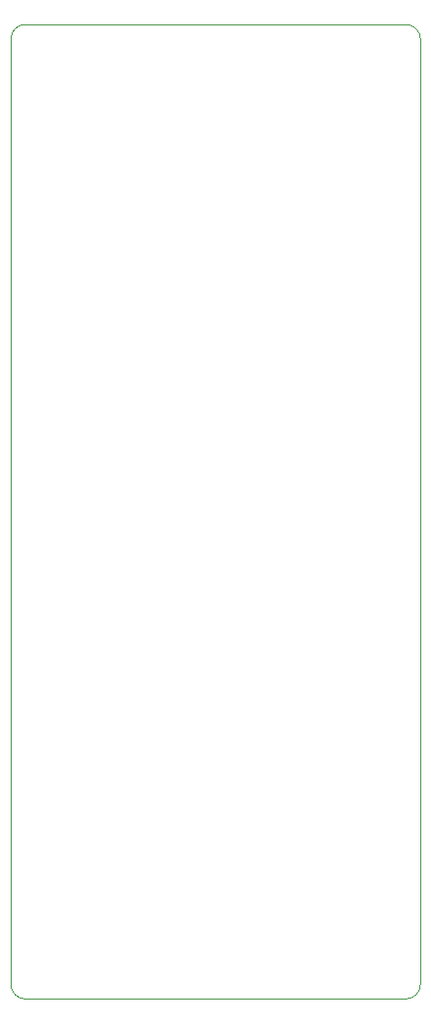
<source format=gbr>
%TF.GenerationSoftware,KiCad,Pcbnew,(7.0.0)*%
%TF.CreationDate,2023-10-20T06:38:37+02:00*%
%TF.ProjectId,SEM_ProjektoroSCH-Rev2,53454d5f-5072-46f6-9a65-6b746f726f53,2.3*%
%TF.SameCoordinates,Original*%
%TF.FileFunction,Profile,NP*%
%FSLAX46Y46*%
G04 Gerber Fmt 4.6, Leading zero omitted, Abs format (unit mm)*
G04 Created by KiCad (PCBNEW (7.0.0)) date 2023-10-20 06:38:37*
%MOMM*%
%LPD*%
G01*
G04 APERTURE LIST*
%TA.AperFunction,Profile*%
%ADD10C,0.100000*%
%TD*%
G04 APERTURE END LIST*
D10*
X161925000Y-133985000D02*
G75*
G03*
X163195000Y-132715000I0J1270000D01*
G01*
X128905000Y-49530000D02*
X161925000Y-49530000D01*
X163195000Y-50800000D02*
G75*
G03*
X161925000Y-49530000I-1270000J0D01*
G01*
X127635000Y-132715000D02*
G75*
G03*
X128905000Y-133985000I1270000J0D01*
G01*
X163195000Y-50800000D02*
X163195000Y-132715000D01*
X161925000Y-133985000D02*
X128905000Y-133985000D01*
X128905000Y-49530000D02*
G75*
G03*
X127635000Y-50800000I0J-1270000D01*
G01*
X127635000Y-132715000D02*
X127635000Y-50800000D01*
M02*

</source>
